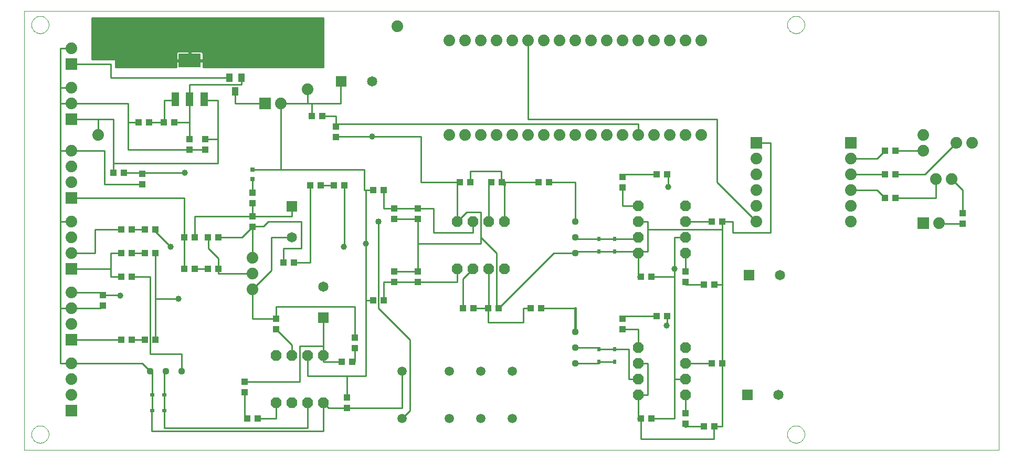
<source format=gtl>
G75*
G70*
%OFA0B0*%
%FSLAX24Y24*%
%IPPOS*%
%LPD*%
%AMOC8*
5,1,8,0,0,1.08239X$1,22.5*
%
%ADD10C,0.0000*%
%ADD11R,0.0740X0.0740*%
%ADD12C,0.0740*%
%ADD13R,0.0480X0.0880*%
%ADD14R,0.1417X0.0866*%
%ADD15R,0.0394X0.0433*%
%ADD16R,0.0394X0.0551*%
%ADD17R,0.0433X0.0394*%
%ADD18R,0.0315X0.0315*%
%ADD19C,0.0650*%
%ADD20R,0.0650X0.0650*%
%ADD21OC8,0.0680*%
%ADD22C,0.0440*%
%ADD23R,0.0197X0.0315*%
%ADD24R,0.0315X0.0197*%
%ADD25C,0.0594*%
%ADD26C,0.0100*%
%ADD27C,0.0160*%
%ADD28C,0.0396*%
%ADD29C,0.0400*%
D10*
X000100Y000100D02*
X000100Y027970D01*
X061992Y027970D01*
X061992Y000100D01*
X000100Y000100D01*
X000549Y001100D02*
X000551Y001147D01*
X000557Y001193D01*
X000567Y001239D01*
X000580Y001284D01*
X000598Y001327D01*
X000619Y001369D01*
X000643Y001409D01*
X000671Y001446D01*
X000702Y001481D01*
X000736Y001514D01*
X000772Y001543D01*
X000811Y001569D01*
X000852Y001592D01*
X000895Y001611D01*
X000939Y001627D01*
X000984Y001639D01*
X001030Y001647D01*
X001077Y001651D01*
X001123Y001651D01*
X001170Y001647D01*
X001216Y001639D01*
X001261Y001627D01*
X001305Y001611D01*
X001348Y001592D01*
X001389Y001569D01*
X001428Y001543D01*
X001464Y001514D01*
X001498Y001481D01*
X001529Y001446D01*
X001557Y001409D01*
X001581Y001369D01*
X001602Y001327D01*
X001620Y001284D01*
X001633Y001239D01*
X001643Y001193D01*
X001649Y001147D01*
X001651Y001100D01*
X001649Y001053D01*
X001643Y001007D01*
X001633Y000961D01*
X001620Y000916D01*
X001602Y000873D01*
X001581Y000831D01*
X001557Y000791D01*
X001529Y000754D01*
X001498Y000719D01*
X001464Y000686D01*
X001428Y000657D01*
X001389Y000631D01*
X001348Y000608D01*
X001305Y000589D01*
X001261Y000573D01*
X001216Y000561D01*
X001170Y000553D01*
X001123Y000549D01*
X001077Y000549D01*
X001030Y000553D01*
X000984Y000561D01*
X000939Y000573D01*
X000895Y000589D01*
X000852Y000608D01*
X000811Y000631D01*
X000772Y000657D01*
X000736Y000686D01*
X000702Y000719D01*
X000671Y000754D01*
X000643Y000791D01*
X000619Y000831D01*
X000598Y000873D01*
X000580Y000916D01*
X000567Y000961D01*
X000557Y001007D01*
X000551Y001053D01*
X000549Y001100D01*
X048549Y001100D02*
X048551Y001147D01*
X048557Y001193D01*
X048567Y001239D01*
X048580Y001284D01*
X048598Y001327D01*
X048619Y001369D01*
X048643Y001409D01*
X048671Y001446D01*
X048702Y001481D01*
X048736Y001514D01*
X048772Y001543D01*
X048811Y001569D01*
X048852Y001592D01*
X048895Y001611D01*
X048939Y001627D01*
X048984Y001639D01*
X049030Y001647D01*
X049077Y001651D01*
X049123Y001651D01*
X049170Y001647D01*
X049216Y001639D01*
X049261Y001627D01*
X049305Y001611D01*
X049348Y001592D01*
X049389Y001569D01*
X049428Y001543D01*
X049464Y001514D01*
X049498Y001481D01*
X049529Y001446D01*
X049557Y001409D01*
X049581Y001369D01*
X049602Y001327D01*
X049620Y001284D01*
X049633Y001239D01*
X049643Y001193D01*
X049649Y001147D01*
X049651Y001100D01*
X049649Y001053D01*
X049643Y001007D01*
X049633Y000961D01*
X049620Y000916D01*
X049602Y000873D01*
X049581Y000831D01*
X049557Y000791D01*
X049529Y000754D01*
X049498Y000719D01*
X049464Y000686D01*
X049428Y000657D01*
X049389Y000631D01*
X049348Y000608D01*
X049305Y000589D01*
X049261Y000573D01*
X049216Y000561D01*
X049170Y000553D01*
X049123Y000549D01*
X049077Y000549D01*
X049030Y000553D01*
X048984Y000561D01*
X048939Y000573D01*
X048895Y000589D01*
X048852Y000608D01*
X048811Y000631D01*
X048772Y000657D01*
X048736Y000686D01*
X048702Y000719D01*
X048671Y000754D01*
X048643Y000791D01*
X048619Y000831D01*
X048598Y000873D01*
X048580Y000916D01*
X048567Y000961D01*
X048557Y001007D01*
X048551Y001053D01*
X048549Y001100D01*
X048549Y027100D02*
X048551Y027147D01*
X048557Y027193D01*
X048567Y027239D01*
X048580Y027284D01*
X048598Y027327D01*
X048619Y027369D01*
X048643Y027409D01*
X048671Y027446D01*
X048702Y027481D01*
X048736Y027514D01*
X048772Y027543D01*
X048811Y027569D01*
X048852Y027592D01*
X048895Y027611D01*
X048939Y027627D01*
X048984Y027639D01*
X049030Y027647D01*
X049077Y027651D01*
X049123Y027651D01*
X049170Y027647D01*
X049216Y027639D01*
X049261Y027627D01*
X049305Y027611D01*
X049348Y027592D01*
X049389Y027569D01*
X049428Y027543D01*
X049464Y027514D01*
X049498Y027481D01*
X049529Y027446D01*
X049557Y027409D01*
X049581Y027369D01*
X049602Y027327D01*
X049620Y027284D01*
X049633Y027239D01*
X049643Y027193D01*
X049649Y027147D01*
X049651Y027100D01*
X049649Y027053D01*
X049643Y027007D01*
X049633Y026961D01*
X049620Y026916D01*
X049602Y026873D01*
X049581Y026831D01*
X049557Y026791D01*
X049529Y026754D01*
X049498Y026719D01*
X049464Y026686D01*
X049428Y026657D01*
X049389Y026631D01*
X049348Y026608D01*
X049305Y026589D01*
X049261Y026573D01*
X049216Y026561D01*
X049170Y026553D01*
X049123Y026549D01*
X049077Y026549D01*
X049030Y026553D01*
X048984Y026561D01*
X048939Y026573D01*
X048895Y026589D01*
X048852Y026608D01*
X048811Y026631D01*
X048772Y026657D01*
X048736Y026686D01*
X048702Y026719D01*
X048671Y026754D01*
X048643Y026791D01*
X048619Y026831D01*
X048598Y026873D01*
X048580Y026916D01*
X048567Y026961D01*
X048557Y027007D01*
X048551Y027053D01*
X048549Y027100D01*
X000549Y027100D02*
X000551Y027147D01*
X000557Y027193D01*
X000567Y027239D01*
X000580Y027284D01*
X000598Y027327D01*
X000619Y027369D01*
X000643Y027409D01*
X000671Y027446D01*
X000702Y027481D01*
X000736Y027514D01*
X000772Y027543D01*
X000811Y027569D01*
X000852Y027592D01*
X000895Y027611D01*
X000939Y027627D01*
X000984Y027639D01*
X001030Y027647D01*
X001077Y027651D01*
X001123Y027651D01*
X001170Y027647D01*
X001216Y027639D01*
X001261Y027627D01*
X001305Y027611D01*
X001348Y027592D01*
X001389Y027569D01*
X001428Y027543D01*
X001464Y027514D01*
X001498Y027481D01*
X001529Y027446D01*
X001557Y027409D01*
X001581Y027369D01*
X001602Y027327D01*
X001620Y027284D01*
X001633Y027239D01*
X001643Y027193D01*
X001649Y027147D01*
X001651Y027100D01*
X001649Y027053D01*
X001643Y027007D01*
X001633Y026961D01*
X001620Y026916D01*
X001602Y026873D01*
X001581Y026831D01*
X001557Y026791D01*
X001529Y026754D01*
X001498Y026719D01*
X001464Y026686D01*
X001428Y026657D01*
X001389Y026631D01*
X001348Y026608D01*
X001305Y026589D01*
X001261Y026573D01*
X001216Y026561D01*
X001170Y026553D01*
X001123Y026549D01*
X001077Y026549D01*
X001030Y026553D01*
X000984Y026561D01*
X000939Y026573D01*
X000895Y026589D01*
X000852Y026608D01*
X000811Y026631D01*
X000772Y026657D01*
X000736Y026686D01*
X000702Y026719D01*
X000671Y026754D01*
X000643Y026791D01*
X000619Y026831D01*
X000598Y026873D01*
X000580Y026916D01*
X000567Y026961D01*
X000557Y027007D01*
X000551Y027053D01*
X000549Y027100D01*
D11*
X003100Y024600D03*
X003100Y021100D03*
X003100Y016100D03*
X003100Y011600D03*
X003100Y007100D03*
X003100Y002600D03*
X015400Y022100D03*
X046600Y019600D03*
X052600Y019600D03*
X057200Y014500D03*
D12*
X058200Y014500D03*
X052600Y014600D03*
X052600Y015600D03*
X052600Y016600D03*
X052600Y017600D03*
X052600Y018600D03*
X057200Y019100D03*
X057200Y020100D03*
X059300Y019600D03*
X060300Y019600D03*
X059000Y017300D03*
X058000Y017300D03*
X046600Y017600D03*
X046600Y016600D03*
X046600Y015600D03*
X046600Y014600D03*
X046600Y018600D03*
X043100Y020100D03*
X042100Y020100D03*
X041100Y020100D03*
X040100Y020100D03*
X039100Y020100D03*
X038100Y020100D03*
X037100Y020100D03*
X036100Y020100D03*
X035100Y020100D03*
X034100Y020100D03*
X033100Y020100D03*
X032100Y020100D03*
X031100Y020100D03*
X030100Y020100D03*
X029100Y020100D03*
X028100Y020100D03*
X027100Y020100D03*
X018100Y023000D03*
X016400Y022100D03*
X027100Y026100D03*
X028100Y026100D03*
X029100Y026100D03*
X030100Y026100D03*
X031100Y026100D03*
X032100Y026100D03*
X033100Y026100D03*
X034100Y026100D03*
X035100Y026100D03*
X036100Y026100D03*
X037100Y026100D03*
X038100Y026100D03*
X039100Y026100D03*
X040100Y026100D03*
X041100Y026100D03*
X042100Y026100D03*
X043100Y026100D03*
X023800Y027000D03*
X004800Y020100D03*
X003100Y019100D03*
X003100Y018100D03*
X003100Y017100D03*
X003100Y014600D03*
X003100Y013600D03*
X003100Y012600D03*
X003100Y010100D03*
X003100Y009100D03*
X003100Y008100D03*
X003100Y005600D03*
X003100Y004600D03*
X003100Y003600D03*
X014600Y010300D03*
X014600Y011300D03*
X014600Y012300D03*
X003100Y022100D03*
X003100Y023100D03*
X003100Y025600D03*
D13*
X009690Y022380D03*
X010600Y022380D03*
X011510Y022380D03*
D14*
X010600Y024820D03*
D15*
X018365Y021300D03*
X019035Y021300D03*
X011600Y019835D03*
X010600Y019835D03*
X010600Y019165D03*
X011600Y019165D03*
X009635Y020900D03*
X008965Y020900D03*
X008035Y020900D03*
X007365Y020900D03*
X006435Y017700D03*
X005765Y017700D03*
X007765Y014100D03*
X008435Y014100D03*
X010265Y013600D03*
X010935Y013600D03*
X011765Y013600D03*
X012435Y013600D03*
X008435Y012600D03*
X007765Y012600D03*
X016100Y008435D03*
X016100Y007765D03*
X020265Y005700D03*
X020935Y005700D03*
X021100Y006565D03*
X021100Y007235D03*
X022265Y009600D03*
X022935Y009600D03*
X023600Y010765D03*
X023600Y011435D03*
X027965Y009100D03*
X028635Y009100D03*
X029565Y009100D03*
X030235Y009100D03*
X038100Y008435D03*
X038100Y007765D03*
X040265Y008600D03*
X040935Y008600D03*
X054765Y016100D03*
X055435Y016100D03*
X055435Y017600D03*
X054765Y017600D03*
X054765Y019100D03*
X055435Y019100D03*
X040935Y017600D03*
X040265Y017600D03*
X038100Y017435D03*
X038100Y016765D03*
X030435Y017100D03*
X029765Y017100D03*
X028435Y017100D03*
X027765Y017100D03*
X023600Y015435D03*
X023600Y014765D03*
X022935Y016600D03*
X022265Y016600D03*
X020435Y016900D03*
X019765Y016900D03*
X008435Y007100D03*
X007765Y007100D03*
X020600Y003435D03*
X020600Y002765D03*
D16*
X013500Y022867D03*
X013126Y023733D03*
X013874Y023733D03*
D17*
X019900Y020635D03*
X019900Y019965D03*
X018935Y016900D03*
X018265Y016900D03*
X014600Y016435D03*
X014600Y015765D03*
X014600Y014935D03*
X014600Y014265D03*
X016565Y012000D03*
X017235Y012000D03*
X012435Y011600D03*
X011765Y011600D03*
X010935Y011600D03*
X010265Y011600D03*
X006935Y011100D03*
X006265Y011100D03*
X005100Y009935D03*
X005100Y009265D03*
X006265Y007100D03*
X006935Y007100D03*
X014100Y004435D03*
X014100Y003765D03*
X014265Y002100D03*
X014935Y002100D03*
X032265Y009100D03*
X032935Y009100D03*
X039265Y011100D03*
X039935Y011100D03*
X042100Y010765D03*
X042100Y011435D03*
X043265Y010600D03*
X043935Y010600D03*
X043765Y014600D03*
X044435Y014600D03*
X033435Y017100D03*
X032765Y017100D03*
X025100Y015435D03*
X025100Y014765D03*
X025100Y011435D03*
X025100Y010765D03*
X007600Y016965D03*
X007600Y017635D03*
X006935Y014100D03*
X006265Y014100D03*
X006265Y012600D03*
X006935Y012600D03*
X039265Y002100D03*
X039935Y002100D03*
X042100Y001765D03*
X042100Y002435D03*
X043265Y001600D03*
X043935Y001600D03*
X043765Y005600D03*
X044435Y005600D03*
X059700Y014465D03*
X059700Y015135D03*
D18*
X014600Y017305D03*
X014600Y017895D03*
D19*
X017100Y013616D03*
X019100Y010484D03*
X022184Y023500D03*
X048084Y011200D03*
X047984Y003600D03*
D20*
X046016Y003600D03*
X046116Y011200D03*
X019100Y008516D03*
X017100Y015584D03*
X020216Y023500D03*
D21*
X039100Y015600D03*
X039100Y014600D03*
X039100Y013600D03*
X039100Y012600D03*
X042100Y012600D03*
X042100Y013600D03*
X042100Y014600D03*
X042100Y015600D03*
X030600Y014600D03*
X029600Y014600D03*
X028600Y014600D03*
X027600Y014600D03*
X027600Y011600D03*
X028600Y011600D03*
X029600Y011600D03*
X030600Y011600D03*
X039100Y006600D03*
X039100Y005600D03*
X039100Y004600D03*
X039100Y003600D03*
X042100Y003600D03*
X042100Y004600D03*
X042100Y005600D03*
X042100Y006600D03*
X019100Y006100D03*
X018100Y006100D03*
X017100Y006100D03*
X016100Y006100D03*
X016100Y003100D03*
X017100Y003100D03*
X018100Y003100D03*
X019100Y003100D03*
D22*
X010100Y005100D03*
X009100Y005100D03*
X008100Y005100D03*
X035100Y005600D03*
X035100Y006600D03*
X035100Y007600D03*
X035100Y012600D03*
X035100Y013600D03*
X035100Y014600D03*
D23*
X036600Y013494D03*
X037600Y013494D03*
X037600Y012706D03*
X036600Y012706D03*
X036600Y006494D03*
X037600Y006494D03*
X037600Y005706D03*
X036600Y005706D03*
D24*
X008994Y003600D03*
X008206Y003600D03*
X008206Y002600D03*
X008994Y002600D03*
D25*
X024100Y002100D03*
X027100Y002100D03*
X029100Y002100D03*
X031100Y002100D03*
X031100Y005100D03*
X029100Y005100D03*
X027100Y005100D03*
X024100Y005100D03*
D26*
X024100Y002765D01*
X020600Y002765D01*
X019435Y002765D01*
X019100Y003100D01*
X019100Y001300D01*
X008200Y001300D01*
X008200Y002600D01*
X008206Y002600D01*
X008206Y003600D01*
X008206Y004994D01*
X008100Y005100D01*
X007600Y005600D01*
X003100Y005600D01*
X002400Y005600D01*
X002400Y009100D01*
X003100Y009100D01*
X004935Y009100D01*
X005100Y009265D01*
X005100Y009935D02*
X004935Y010100D01*
X003100Y010100D01*
X002400Y009100D02*
X002400Y014600D01*
X003100Y014600D01*
X002400Y014600D02*
X002400Y019100D01*
X003100Y019100D01*
X005200Y019100D01*
X005200Y016965D01*
X007600Y016965D01*
X007600Y017635D02*
X007600Y017700D01*
X010300Y017700D01*
X012400Y018300D02*
X012400Y019835D01*
X011600Y019835D01*
X012400Y019835D02*
X012400Y022300D01*
X011510Y022300D01*
X011510Y022380D01*
X011500Y022380D01*
X010600Y022380D02*
X010600Y023300D01*
X013874Y023300D01*
X013874Y023733D01*
X013126Y023733D02*
X005600Y023733D01*
X005600Y024600D01*
X003100Y024600D01*
X004400Y024900D02*
X004400Y027520D01*
X019100Y027520D01*
X019100Y024400D01*
X011459Y024400D01*
X011459Y024770D01*
X010650Y024770D01*
X010650Y024870D01*
X011459Y024870D01*
X011459Y025273D01*
X011448Y025311D01*
X011429Y025345D01*
X011401Y025373D01*
X011367Y025393D01*
X011328Y025403D01*
X010650Y025403D01*
X010650Y024870D01*
X010550Y024870D01*
X010550Y024770D01*
X009741Y024770D01*
X009741Y024400D01*
X005900Y024400D01*
X005900Y024900D01*
X004400Y024900D01*
X004400Y024922D02*
X009741Y024922D01*
X009741Y024870D02*
X010550Y024870D01*
X010550Y025403D01*
X009872Y025403D01*
X009833Y025393D01*
X009799Y025373D01*
X009771Y025345D01*
X009752Y025311D01*
X009741Y025273D01*
X009741Y024870D01*
X009741Y024725D02*
X005900Y024725D01*
X005900Y024627D02*
X009741Y024627D01*
X009741Y024528D02*
X005900Y024528D01*
X005900Y024430D02*
X009741Y024430D01*
X010550Y024824D02*
X005900Y024824D01*
X004400Y025021D02*
X009741Y025021D01*
X009741Y025119D02*
X004400Y025119D01*
X004400Y025218D02*
X009741Y025218D01*
X009754Y025316D02*
X004400Y025316D01*
X004400Y025415D02*
X019100Y025415D01*
X019100Y025513D02*
X004400Y025513D01*
X004400Y025612D02*
X019100Y025612D01*
X019100Y025710D02*
X004400Y025710D01*
X004400Y025809D02*
X019100Y025809D01*
X019100Y025907D02*
X004400Y025907D01*
X004400Y026006D02*
X019100Y026006D01*
X019100Y026104D02*
X004400Y026104D01*
X004400Y026203D02*
X019100Y026203D01*
X019100Y026301D02*
X004400Y026301D01*
X004400Y026400D02*
X019100Y026400D01*
X019100Y026498D02*
X004400Y026498D01*
X004400Y026597D02*
X019100Y026597D01*
X019100Y026695D02*
X004400Y026695D01*
X004400Y026794D02*
X019100Y026794D01*
X019100Y026892D02*
X004400Y026892D01*
X004400Y026991D02*
X019100Y026991D01*
X019100Y027089D02*
X004400Y027089D01*
X004400Y027188D02*
X019100Y027188D01*
X019100Y027286D02*
X004400Y027286D01*
X004400Y027385D02*
X019100Y027385D01*
X019100Y027483D02*
X004400Y027483D01*
X003100Y025600D02*
X002400Y025600D01*
X002400Y023100D01*
X003100Y023100D01*
X002400Y023100D02*
X002400Y022100D01*
X003100Y022100D01*
X006700Y022100D01*
X006700Y020900D01*
X007365Y020900D01*
X006700Y020900D02*
X006700Y019165D01*
X010600Y019165D01*
X011600Y019165D01*
X010600Y019835D02*
X010600Y020900D01*
X009635Y020900D01*
X009000Y020900D02*
X009000Y022300D01*
X009690Y022300D01*
X009690Y022380D01*
X010600Y022380D02*
X010600Y020900D01*
X009000Y020900D02*
X008965Y020900D01*
X008035Y020900D01*
X005765Y021100D02*
X005765Y018300D01*
X012400Y018300D01*
X014600Y017895D02*
X016400Y017895D01*
X021700Y017895D01*
X021700Y016600D01*
X022265Y016600D01*
X021800Y016600D01*
X021800Y013200D01*
X021800Y009600D01*
X022265Y009600D01*
X021800Y009600D02*
X021800Y004800D01*
X020600Y004800D01*
X018100Y004800D01*
X018100Y006100D01*
X019100Y006100D02*
X019100Y005700D01*
X020265Y005700D01*
X020935Y005700D02*
X021100Y005700D01*
X021100Y006565D01*
X021100Y007235D02*
X021100Y009200D01*
X016100Y009200D01*
X016100Y008435D01*
X014600Y008435D01*
X014600Y010300D01*
X015800Y011500D01*
X015800Y013600D01*
X015816Y013616D01*
X017100Y013616D01*
X016565Y012900D02*
X017700Y012900D01*
X017700Y014600D01*
X015600Y014600D01*
X015300Y014300D01*
X014635Y014300D01*
X014600Y014265D01*
X013935Y013600D01*
X012435Y013600D01*
X011800Y013565D02*
X011765Y013600D01*
X011800Y013565D02*
X011800Y012900D01*
X012435Y012265D01*
X012435Y011600D01*
X012435Y011300D01*
X014600Y011300D01*
X014600Y012300D02*
X014600Y014265D01*
X014600Y014935D02*
X017100Y014935D01*
X017100Y015584D01*
X014600Y015765D02*
X014600Y014935D01*
X010935Y014935D01*
X010935Y013600D01*
X010265Y013600D02*
X010265Y016100D01*
X003100Y016100D01*
X005765Y017700D02*
X005765Y018300D01*
X006435Y017700D02*
X007600Y017700D01*
X004800Y020100D02*
X004800Y021100D01*
X005765Y021100D01*
X004800Y021100D02*
X003100Y021100D01*
X002400Y022100D02*
X002400Y019100D01*
X004600Y014100D02*
X006265Y014100D01*
X006935Y014100D02*
X007765Y014100D01*
X008435Y014100D02*
X008435Y013965D01*
X009400Y013000D01*
X008435Y012600D02*
X008435Y009700D01*
X009900Y009700D01*
X008435Y009700D02*
X008435Y007100D01*
X007765Y007100D02*
X006935Y007100D01*
X006265Y007100D02*
X003100Y007100D01*
X008100Y006200D02*
X010100Y006200D01*
X010100Y005100D01*
X009100Y005100D02*
X008994Y004994D01*
X008994Y003600D01*
X008994Y002600D01*
X009000Y002600D01*
X009000Y001500D01*
X018100Y001500D01*
X018100Y003100D01*
X017600Y004435D02*
X017600Y006700D01*
X019100Y006700D01*
X019100Y008516D01*
X017100Y006765D02*
X016100Y007765D01*
X017100Y006765D02*
X017100Y006100D01*
X019100Y006100D02*
X019100Y006700D01*
X020600Y004800D02*
X020600Y003435D01*
X017600Y004435D02*
X014100Y004435D01*
X014100Y003765D02*
X014100Y002100D01*
X014265Y002100D01*
X014935Y002100D02*
X016100Y002100D01*
X016100Y003100D01*
X008100Y006200D02*
X008100Y011100D01*
X006935Y011100D01*
X006265Y011100D02*
X005600Y011100D01*
X005600Y011600D01*
X005600Y012600D01*
X006265Y012600D01*
X006935Y012600D02*
X007765Y012600D01*
X005600Y011600D02*
X003100Y011600D01*
X003100Y012600D02*
X004600Y012600D01*
X004600Y014100D01*
X010265Y013600D02*
X010265Y011600D01*
X010935Y011600D02*
X011765Y011600D01*
X016565Y012000D02*
X016565Y012900D01*
X017235Y012000D02*
X018265Y012000D01*
X018265Y016900D01*
X018935Y016900D02*
X019765Y016900D01*
X020435Y016900D02*
X020435Y013035D01*
X020400Y013000D01*
X022600Y014600D02*
X022600Y009100D01*
X024600Y007100D01*
X024600Y002600D01*
X024100Y002100D01*
X035100Y005600D02*
X036600Y005600D01*
X036600Y005706D01*
X037600Y005706D01*
X039100Y005600D02*
X039700Y005600D01*
X039700Y003600D01*
X039100Y003600D01*
X039100Y002100D01*
X039265Y002100D02*
X039265Y000800D01*
X043900Y000800D01*
X043900Y001600D01*
X043935Y001600D02*
X044435Y001600D01*
X044435Y005600D01*
X044435Y010600D01*
X044435Y014100D01*
X039700Y014100D01*
X039700Y014600D01*
X039100Y014600D01*
X039700Y014100D02*
X039700Y012706D01*
X039100Y012706D01*
X039100Y012600D01*
X039100Y011100D01*
X039935Y011100D02*
X041400Y011100D01*
X041400Y004600D01*
X042100Y004600D01*
X041400Y004600D02*
X041400Y002100D01*
X039935Y002100D01*
X042100Y002435D02*
X042100Y003600D01*
X039100Y004600D02*
X038500Y004600D01*
X038500Y006494D01*
X037600Y006494D01*
X036600Y006494D01*
X036600Y006600D01*
X035100Y006600D01*
X038100Y007765D02*
X039100Y007765D01*
X039100Y006600D01*
X040900Y008000D02*
X040935Y008000D01*
X040935Y008600D01*
X040265Y008600D02*
X038100Y008600D01*
X038100Y008435D01*
X035100Y009100D02*
X032935Y009100D01*
X032265Y009100D02*
X031800Y009100D01*
X031800Y008200D01*
X029565Y008200D01*
X029565Y009100D01*
X028635Y009100D01*
X027965Y009100D02*
X027965Y010965D01*
X028600Y011600D01*
X029600Y011600D02*
X029600Y009100D01*
X029565Y009100D01*
X030100Y009100D02*
X030235Y009100D01*
X033735Y012600D01*
X035100Y012600D01*
X035100Y012706D01*
X036600Y012706D01*
X037600Y012706D01*
X039100Y012706D01*
X039100Y013494D02*
X037600Y013494D01*
X036600Y013494D01*
X035100Y013494D01*
X035100Y013600D01*
X035100Y014600D02*
X035100Y017100D01*
X033435Y017100D01*
X032765Y017100D02*
X030600Y017100D01*
X030435Y017100D02*
X030400Y017100D01*
X030400Y017800D01*
X028435Y017800D01*
X028435Y017100D01*
X027765Y017100D02*
X025300Y017100D01*
X025300Y020000D01*
X022200Y020000D01*
X019900Y020000D01*
X019900Y020635D02*
X019900Y020800D01*
X039100Y020800D01*
X039100Y020100D01*
X038100Y017600D02*
X040265Y017600D01*
X040935Y017600D02*
X041000Y017600D01*
X041000Y016800D01*
X039100Y015600D02*
X038100Y015600D01*
X038100Y016765D01*
X038100Y017435D02*
X038100Y017600D01*
X042100Y014600D02*
X043765Y014600D01*
X044435Y014600D02*
X045100Y014600D01*
X045100Y013900D01*
X047500Y013900D01*
X047500Y019600D01*
X046600Y019600D01*
X044100Y021100D02*
X032100Y021100D01*
X032100Y026100D01*
X020200Y023484D02*
X020200Y022100D01*
X018365Y022100D01*
X018365Y021300D01*
X019035Y021300D02*
X019900Y021300D01*
X019900Y020635D01*
X018365Y022100D02*
X018100Y022100D01*
X018100Y023000D01*
X018100Y022100D02*
X016400Y022100D01*
X016400Y017895D01*
X014600Y017305D02*
X014600Y016435D01*
X022935Y016600D02*
X022935Y015435D01*
X023600Y015435D01*
X025100Y015435D01*
X026100Y015435D01*
X026100Y013900D01*
X028600Y013900D01*
X028600Y014600D01*
X029600Y014600D02*
X029600Y016935D01*
X029765Y017100D01*
X030435Y017100D02*
X030600Y016935D01*
X030600Y014600D01*
X029100Y015200D02*
X029100Y013600D01*
X030100Y012600D01*
X030100Y009100D01*
X027600Y010765D02*
X027600Y011600D01*
X027600Y010765D02*
X025100Y010765D01*
X023600Y010765D01*
X022935Y010765D01*
X022935Y009600D01*
X023600Y011400D02*
X023600Y011435D01*
X025100Y011435D01*
X025100Y013200D01*
X029100Y013200D01*
X029100Y013600D01*
X027600Y014600D02*
X028200Y015200D01*
X029100Y015200D01*
X027600Y014600D02*
X027600Y016935D01*
X027765Y017100D01*
X025100Y014765D02*
X023600Y014765D01*
X025100Y014765D02*
X025100Y013200D01*
X039100Y013494D02*
X039100Y013600D01*
X041400Y013600D02*
X042100Y013600D01*
X041400Y013600D02*
X041400Y011600D01*
X041400Y011100D01*
X042100Y010765D02*
X042100Y010600D01*
X043265Y010600D01*
X043935Y010600D02*
X044435Y010600D01*
X042100Y011435D02*
X042100Y012600D01*
X044435Y014100D02*
X044435Y014600D01*
X046600Y014600D02*
X044100Y017100D01*
X044100Y021100D01*
X052600Y018600D02*
X054265Y018600D01*
X054765Y019100D01*
X055435Y019100D02*
X057200Y019100D01*
X057300Y017600D02*
X059300Y019600D01*
X057300Y017600D02*
X055435Y017600D01*
X054765Y017600D02*
X052600Y017600D01*
X052600Y016600D02*
X054265Y016600D01*
X054765Y016100D01*
X055435Y016100D02*
X058000Y016100D01*
X058000Y017300D01*
X059000Y017300D02*
X059700Y016600D01*
X059700Y015135D01*
X059700Y014465D02*
X058200Y014465D01*
X058200Y014500D01*
X043765Y005600D02*
X042100Y005600D01*
X042100Y001600D02*
X043265Y001600D01*
X006200Y009900D02*
X006200Y009935D01*
X005100Y009935D01*
X013500Y022100D02*
X015400Y022100D01*
X013500Y022100D02*
X013500Y022867D01*
X011459Y024430D02*
X019100Y024430D01*
X019100Y024528D02*
X011459Y024528D01*
X011459Y024627D02*
X019100Y024627D01*
X019100Y024725D02*
X011459Y024725D01*
X011459Y024922D02*
X019100Y024922D01*
X019100Y024824D02*
X010650Y024824D01*
X010650Y024922D02*
X010550Y024922D01*
X010550Y025021D02*
X010650Y025021D01*
X010650Y025119D02*
X010550Y025119D01*
X010550Y025218D02*
X010650Y025218D01*
X010650Y025316D02*
X010550Y025316D01*
X011446Y025316D02*
X019100Y025316D01*
X019100Y025218D02*
X011459Y025218D01*
X011459Y025119D02*
X019100Y025119D01*
X019100Y025021D02*
X011459Y025021D01*
D27*
X020200Y023484D02*
X020216Y023500D01*
X019900Y020000D02*
X019900Y019965D01*
X030600Y017100D02*
X030600Y016935D01*
X039100Y011100D02*
X039265Y011100D01*
X035100Y009100D02*
X035100Y007600D01*
X043900Y010600D02*
X043935Y010600D01*
X039265Y002100D02*
X039100Y002100D01*
X042100Y001765D02*
X042100Y001600D01*
X043900Y001600D02*
X043935Y001600D01*
D28*
X040900Y008000D03*
X041400Y011600D03*
X041000Y016800D03*
X022200Y020000D03*
X010300Y017700D03*
X009400Y013000D03*
X006200Y009900D03*
X009900Y009700D03*
X020400Y013000D03*
X021800Y013200D03*
D29*
X022600Y014600D03*
M02*

</source>
